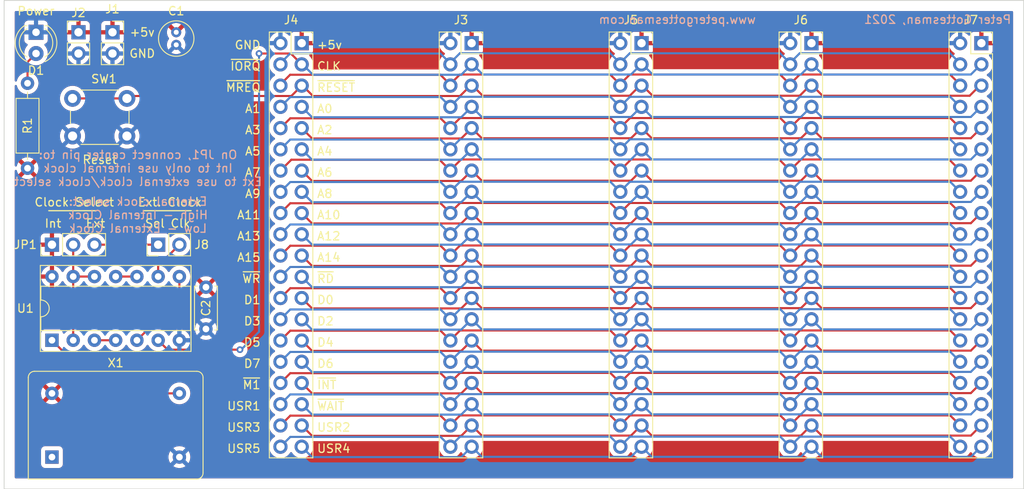
<source format=kicad_pcb>
(kicad_pcb (version 20211014) (generator pcbnew)
  (layers (0 "F.Cu" jumper) (31 "B.Cu" jumper) (34 "B.Paste" user) (35 "F.Paste" user) (36 "B.SilkS" user "B.Silkscreen") (37 "F.SilkS" user "F.Silkscreen") (38 "B.Mask" user) (39 "F.Mask" user) (44 "Edge.Cuts" user))
  (net 0 "")
  (net 1 "VCC")
  (net 2 "GND")
  (net 3 "Net-(D1-Pad2)")
  (net 4 "/~{CLK}")
  (net 5 "/A0")
  (net 6 "/A2")
  (net 7 "/A4")
  (net 8 "/A6")
  (net 9 "/A8")
  (net 10 "/A10")
  (net 11 "/A12")
  (net 12 "/A14")
  (net 13 "/~{RD}")
  (net 14 "/D0")
  (net 15 "/D2")
  (net 16 "/D4")
  (net 17 "/D6")
  (net 18 "/~{INT}")
  (net 19 "/~{RESET}")
  (net 20 "/~{IOREQ}")
  (net 21 "/~{MREQ}")
  (net 22 "/A1")
  (net 23 "/A3")
  (net 24 "/A5")
  (net 25 "/A7")
  (net 26 "/A9")
  (net 27 "/A11")
  (net 28 "/A13")
  (net 29 "/A15")
  (net 30 "/~{WR}")
  (net 31 "/D1")
  (net 32 "/D3")
  (net 33 "/D5")
  (net 34 "/D7")
  (net 35 "/USR1")
  (net 36 "/USR2")
  (net 37 "/USR3")
  (net 38 "/USR4")
  (net 39 "/USR5")
  (net 40 "/ext_clk_sel")
  (net 41 "/ext_clk")
  (net 42 "Net-(JP1-Pad2)")
  (net 43 "Net-(U1-Pad1)")
  (net 45 "Net-(U1-Pad3)")
  (net 46 "Net-(U1-Pad5)")
  (net 47 "Net-(U1-Pad10)")
  (net 48 "/~{M1}")
  (net 49 "/~{WAIT}")
  (footprint "Connector_PinHeader_2.54mm:PinHeader_1x02_P2.54mm_Vertical" (layer "F.Cu") (at 52.705 63.5 90)
    (fp_text reference "J8")
    (fp_text value "Conn_01x02")
  )
  (footprint "Oscillator:Oscillator_DIP-14" (layer "F.Cu") (at 40.005 88.9)
    (fp_text reference "X1")
    (fp_text value "Osc")
  )
  (footprint "Connector_PinHeader_2.54mm:PinHeader_1x02_P2.54mm_Vertical" (layer "F.Cu") (at 43.18 38.1)
    (fp_text reference "J2")
    (fp_text value "Conn_01x02")
  )
  (footprint "Connector_PinSocket_2.54mm:PinSocket_2x20_P2.54mm_Vertical" (layer "F.Cu") (at 90.19 39.4)
    (fp_text reference "J3")
    (fp_text value "z80_bus")
  )
  (footprint "Button_Switch_THT:SW_PUSH_6mm" (layer "F.Cu") (at 48.97 50.51 180)
    (fp_text reference "SW1")
    (fp_text value "SW_Push")
  )
  (footprint "Connector_PinSocket_2.54mm:PinSocket_2x20_P2.54mm_Vertical" (layer "F.Cu") (at 151.15 39.4)
    (fp_text reference "J7")
    (fp_text value "z80_bus")
  )
  (footprint "Connector_PinSocket_2.54mm:PinSocket_2x20_P2.54mm_Vertical" (layer "F.Cu") (at 130.83 39.4)
    (fp_text reference "J6")
    (fp_text value "z80_bus")
  )
  (footprint "Connector_PinSocket_2.54mm:PinSocket_1x02_P2.54mm_Vertical" (layer "F.Cu") (at 47.244 38.1)
    (fp_text reference "J1")
    (fp_text value "Conn_01x02")
  )
  (footprint "Capacitor_THT:C_Radial_D4.0mm_H5.0mm_P1.50mm" (layer "F.Cu") (at 54.864 38.1 -90)
    (fp_text reference "C1")
    (fp_text value "10uF")
  )
  (footprint "Connector_PinSocket_2.54mm:PinSocket_2x20_P2.54mm_Vertical" (layer "F.Cu") (at 110.51 39.4)
    (fp_text reference "J5")
    (fp_text value "z80_bus")
  )
  (footprint "Package_DIP:DIP-14_W7.62mm_Socket" (layer "F.Cu") (at 40.005 74.93 90)
    (fp_text reference "U1")
    (fp_text value "74HC132")
  )
  (footprint "Resistor_THT:R_Axial_DIN0207_L6.3mm_D2.5mm_P10.16mm_Horizontal" (layer "F.Cu") (at 37.084 54.356 90)
    (fp_text reference "R1")
    (fp_text value "470R")
  )
  (footprint "Connector_PinSocket_2.54mm:PinSocket_2x20_P2.54mm_Vertical" (layer "F.Cu") (at 69.87 39.4)
    (fp_text reference "J4")
    (fp_text value "z80_bus")
  )
  (footprint "Capacitor_THT:C_Disc_D5.0mm_W2.5mm_P5.00mm" (layer "F.Cu") (at 58.42 68.58 -90)
    (fp_text reference "C2")
    (fp_text value "100nF")
  )
  (footprint "Connector_PinHeader_2.54mm:PinHeader_1x03_P2.54mm_Vertical" (layer "F.Cu") (at 40.005 63.5 90)
    (fp_text reference "JP1")
    (fp_text value "Jumper_3")
  )
  (footprint "LED_THT:LED_D4.0mm" (layer "F.Cu") (at 38.1 38.1 -90)
    (fp_text reference "D1")
    (fp_text value "LED")
  )
  (gr_line (start 51.054 59.436) (end 56.642 59.436) (layer "F.SilkS") (width 0.15))
  (gr_line (start 39.624 59.436) (end 45.212 59.436) (layer "F.SilkS") (width 0.15))
  (gr_rect (start 156.21 34.29) (end 34.29 92.71) (layer "Edge.Cuts") (width 0.1) (fill none))
  (gr_text "External clock select:\nHigh - Internal Clock\nLow - External Clock" (at 50.292 59.944) (layer "B.SilkS") (effects (font (size 1 1)) (justify mirror)))
  (gr_text "On JP1, connect center pin to:\nInt to only use internal clock\nExt to use external clock/clock select" (at 50.292 54.356) (layer "B.SilkS") (effects (font (size 1 1)) (justify mirror)))
  (gr_text "Peter Gottesman, 2021                 www.petergottesman.com" (at 130.048 36.576) (layer "B.SilkS") (effects (font (size 1 1)) (justify mirror)))
  (gr_text "A13" (at 65.017916 62.477112) (layer "F.SilkS") (effects (font (size 1 1)) (justify right)))
  (gr_text "~{M1}" (at 65.024 80.264) (layer "F.SilkS") (effects (font (size 1 1)) (justify right)))
  (gr_text "USR2" (at 71.628 85.344) (layer "F.SilkS") (effects (font (size 1 1)) (justify left)))
  (gr_text "A12" (at 71.628 62.477112) (layer "F.SilkS") (effects (font (size 1 1)) (justify left)))
  (gr_text "USR4" (at 71.628 87.884) (layer "F.SilkS") (effects (font (size 1 1)) (justify left)))
  (gr_text "A0" (at 71.628 47.244) (layer "F.SilkS") (effects (font (size 1 1)) (justify left)))
  (gr_text "GND" (at 50.8 40.64) (layer "F.SilkS") (effects (font (size 1 1))))
  (gr_text "A6" (at 71.628 54.864) (layer "F.SilkS") (effects (font (size 1 1)) (justify left)))
  (gr_text "~{RESET}" (at 71.628 44.704) (layer "F.SilkS") (effects (font (size 1 1)) (justify left)))
  (gr_text "D0" (at 71.628 70.104) (layer "F.SilkS") (effects (font (size 1 1)) (justify left)))
  (gr_text "+5v" (at 71.628 39.624) (layer "F.SilkS") (effects (font (size 1 1)) (justify left)))
  (gr_text "D3" (at 65.024 72.644) (layer "F.SilkS") (effects (font (size 1 1)) (justify right)))
  (gr_text "A4" (at 71.628 52.324) (layer "F.SilkS") (effects (font (size 1 1)) (justify left)))
  (gr_text "~{WAIT}" (at 71.628 82.804) (layer "F.SilkS") (effects (font (size 1 1)) (justify left)))
  (gr_text "~{INT}" (at 71.628 80.264) (layer "F.SilkS") (effects (font (size 1 1)) (justify left)))
  (gr_text "A9" (at 65.024 57.404) (layer "F.SilkS") (effects (font (size 1 1)) (justify right)))
  (gr_text "Clk" (at 55.372 60.96) (layer "F.SilkS") (effects (font (size 1 1))))
  (gr_text "A5" (at 65.024 52.324) (layer "F.SilkS") (effects (font (size 1 1)) (justify right)))
  (gr_text "Clock Select" (at 42.672 58.42) (layer "F.SilkS") (effects (font (size 1 1))))
  (gr_text "Power" (at 38.1 35.56) (layer "F.SilkS") (effects (font (size 1 1))))
  (gr_text "+5v" (at 50.8 38.1) (layer "F.SilkS") (effects (font (size 1 1))))
  (gr_text "D5" (at 65.024 75.184) (layer "F.SilkS") (effects (font (size 1 1)) (justify right)))
  (gr_text "USR1" (at 65.024 82.804) (layer "F.SilkS") (effects (font (size 1 1)) (justify right)))
  (gr_text "A3" (at 65.024 49.784) (layer "F.SilkS") (effects (font (size 1 1)) (justify right)))
  (gr_text "USR5" (at 65.024 87.884) (layer "F.SilkS") (effects (font (size 1 1)) (justify right)))
  (gr_text "A7" (at 65.024 54.864) (layer "F.SilkS") (effects (font (size 1 1)) (justify right)))
  (gr_text "A14" (at 71.628 65.024) (layer "F.SilkS") (effects (font (size 1 1)) (justify left)))
  (gr_text "D2" (at 71.628 72.644) (layer "F.SilkS") (effects (font (size 1 1)) (justify left)))
  (gr_text "~{MREQ}" (at 65.024 44.704) (layer "F.SilkS") (effects (font (size 1 1)) (justify right)))
  (gr_text "Int" (at 40.132 60.96) (layer "F.SilkS") (effects (font (size 1 1))))
  (gr_text "Sel" (at 52.324 60.96) (layer "F.SilkS") (effects (font (size 1 1))))
  (gr_text "Reset" (at 45.72 53.34) (layer "F.SilkS") (effects (font (size 1 1))))
  (gr_text "~{WR}" (at 65.024 67.564) (layer "F.SilkS") (effects (font (size 1 1)) (justify right)))
  (gr_text "GND" (at 65.024 39.624) (layer "F.SilkS") (effects (font (size 1 1)) (justify right)))
  (gr_text "~{IORQ}" (at 65.024 42.164) (layer "F.SilkS") (effects (font (size 1 1)) (justify right)))
  (gr_text "D1" (at 65.024 70.104) (layer "F.SilkS") (effects (font (size 1 1)) (justify right)))
  (gr_text "Ext. Clock" (at 54.102 58.42) (layer "F.SilkS") (effects (font (size 1 1))))
  (gr_text "CLK" (at 71.628 42.164) (layer "F.SilkS") (effects (font (size 1 1)) (justify left)))
  (gr_text "Ext" (at 45.212 60.96) (layer "F.SilkS") (effects (font (size 1 1))))
  (gr_text "USR3" (at 65.024 85.344) (layer "F.SilkS") (effects (font (size 1 1)) (justify right)))
  (gr_text "A10" (at 71.628 59.943415) (layer "F.SilkS") (effects (font (size 1 1)) (justify left)))
  (gr_text "A11" (at 65.017916 59.943415) (layer "F.SilkS") (effects (font (size 1 1)) (justify right)))
  (gr_text "A2" (at 71.628 49.784) (layer "F.SilkS") (effects (font (size 1 1)) (justify left)))
  (gr_text "D6" (at 71.628 77.724) (layer "F.SilkS") (effects (font (size 1 1)) (justify left)))
  (gr_text "~{RD}" (at 71.628 67.564) (layer "F.SilkS") (effects (font (size 1 1)) (justify left)))
  (gr_text "A8" (at 71.628 57.404) (layer "F.SilkS") (effects (font (size 1 1)) (justify left)))
  (gr_text "A15" (at 65.024 65.024) (layer "F.SilkS") (effects (font (size 1 1)) (justify right)))
  (gr_text "D7" (at 65.024 77.724) (layer "F.SilkS") (effects (font (size 1 1)) (justify right)))
  (gr_text "A1" (at 65.024 47.244) (layer "F.SilkS") (effects (font (size 1 1)) (justify right)))
  (gr_text "D4" (at 71.628 75.184) (layer "F.SilkS") (effects (font (size 1 1)) (justify left)))
  (segment (start 37.084 41.656) (end 37.084 44.196) (width 0.25) (layer "F.Cu") (net 3))
  (segment (start 38.1 40.64) (end 37.084 41.656) (width 0.25) (layer "F.Cu") (net 3))
  (segment (start 64.77 40.64) (end 68.57 40.64) (width 0.25) (layer "F.Cu") (net 4))
  (segment (start 53.829511 76.054511) (end 52.705 74.93) (width 0.25) (layer "F.Cu") (net 4))
  (segment (start 68.57 40.64) (end 69.87 41.94) (width 0.25) (layer "F.Cu") (net 4))
  (segment (start 62.484 76.054511) (end 53.829511 76.054511) (width 0.25) (layer "F.Cu") (net 4))
  (via (at 64.77 40.64) (size 0.8) (drill 0.4) (layers "F.Cu" "B.Cu") (net 4))
  (via (at 62.484 76.054511) (size 0.8) (drill 0.4) (layers "F.Cu" "B.Cu") (net 4))
  (segment (start 130.79 41.784511) (end 132.155489 43.15) (width 0.25) (layer "B.Cu") (net 4))
  (segment (start 69.85 41.814511) (end 71.215489 43.18) (width 0.25) (layer "B.Cu") (net 4))
  (segment (start 91.515489 43.15) (end 109.25 43.15) (width 0.25) (layer "B.Cu") (net 4))
  (segment (start 62.484 76.054511) (end 62.629489 76.054511) (width 0.25) (layer "B.Cu") (net 4))
  (segment (start 129.57 43.15) (end 130.81 41.91) (width 0.25) (layer "B.Cu") (net 4))
  (segment (start 132.155489 43.15) (end 149.89 43.15) (width 0.25) (layer "B.Cu") (net 4))
  (segment (start 88.95 43.18) (end 90.19 41.94) (width 0.25) (layer "B.Cu") (net 4))
  (segment (start 90.15 41.784511) (end 91.515489 43.15) (width 0.25) (layer "B.Cu") (net 4))
  (segment (start 111.835489 43.15) (end 129.57 43.15) (width 0.25) (layer "B.Cu") (net 4))
  (segment (start 64.77 73.914) (end 64.77 40.64) (width 0.25) (layer "B.Cu") (net 4))
  (segment (start 62.629489 76.054511) (end 64.77 73.914) (width 0.25) (layer "B.Cu") (net 4))
  (segment (start 109.25 43.15) (end 110.49 41.91) (width 0.25) (layer "B.Cu") (net 4))
  (segment (start 71.215489 43.18) (end 88.95 43.18) (width 0.25) (layer "B.Cu") (net 4))
  (segment (start 149.89 43.15) (end 151.13 41.91) (width 0.25) (layer "B.Cu") (net 4))
  (segment (start 110.47 41.784511) (end 111.835489 43.15) (width 0.25) (layer "B.Cu") (net 4))
  (segment (start 111.73 48.23) (end 129.57 48.23) (width 0.25) (layer "B.Cu") (net 5))
  (segment (start 91.41 48.23) (end 109.25 48.23) (width 0.25) (layer "B.Cu") (net 5))
  (segment (start 71.11 48.26) (end 88.95 48.26) (width 0.25) (layer "B.Cu") (net 5))
  (segment (start 130.81 46.99) (end 132.05 48.23) (width 0.25) (layer "B.Cu") (net 5))
  (segment (start 110.49 46.99) (end 111.73 48.23) (width 0.25) (layer "B.Cu") (net 5))
  (segment (start 90.17 46.99) (end 91.41 48.23) (width 0.25) (layer "B.Cu") (net 5))
  (segment (start 129.57 48.23) (end 130.81 46.99) (width 0.25) (layer "B.Cu") (net 5))
  (segment (start 132.05 48.23) (end 149.89 48.23) (width 0.25) (layer "B.Cu") (net 5))
  (segment (start 109.25 48.23) (end 110.49 46.99) (width 0.25) (layer "B.Cu") (net 5))
  (segment (start 88.95 48.26) (end 90.19 47.02) (width 0.25) (layer "B.Cu") (net 5))
  (segment (start 69.87 47.02) (end 71.11 48.26) (width 0.25) (layer "B.Cu") (net 5))
  (segment (start 149.89 48.23) (end 151.13 46.99) (width 0.25) (layer "B.Cu") (net 5))
  (segment (start 91.41 50.77) (end 109.25 50.77) (width 0.25) (layer "F.Cu") (net 6))
  (segment (start 111.73 50.77) (end 129.57 50.77) (width 0.25) (layer "F.Cu") (net 6))
  (segment (start 132.05 50.77) (end 149.89 50.77) (width 0.25) (layer "F.Cu") (net 6))
  (segment (start 129.57 50.77) (end 130.81 49.53) (width 0.25) (layer "F.Cu") (net 6))
  (segment (start 130.81 49.53) (end 132.05 50.77) (width 0.25) (layer "F.Cu") (net 6))
  (segment (start 149.89 50.77) (end 151.13 49.53) (width 0.25) (layer "F.Cu") (net 6))
  (segment (start 109.25 50.77) (end 110.49 49.53) (width 0.25) (layer "F.Cu") (net 6))
  (segment (start 69.87 49.56) (end 71.11 50.8) (width 0.25) (layer "F.Cu") (net 6))
  (segment (start 71.11 50.8) (end 88.95 50.8) (width 0.25) (layer "F.Cu") (net 6))
  (segment (start 90.17 49.53) (end 91.41 50.77) (width 0.25) (layer "F.Cu") (net 6))
  (segment (start 88.95 50.8) (end 90.19 49.56) (width 0.25) (layer "F.Cu") (net 6))
  (segment (start 110.49 49.53) (end 111.73 50.77) (width 0.25) (layer "F.Cu") (net 6))
  (segment (start 91.41 53.31) (end 109.25 53.31) (width 0.25) (layer "B.Cu") (net 7))
  (segment (start 110.49 52.07) (end 111.73 53.31) (width 0.25) (layer "B.Cu") (net 7))
  (segment (start 149.89 53.31) (end 151.13 52.07) (width 0.25) (layer "B.Cu") (net 7))
  (segment (start 132.05 53.31) (end 149.89 53.31) (width 0.25) (layer "B.Cu") (net 7))
  (segment (start 111.73 53.31) (end 129.57 53.31) (width 0.25) (layer "B.Cu") (net 7))
  (segment (start 69.87 52.1) (end 71.11 53.34) (width 0.25) (layer "B.Cu") (net 7))
  (segment (start 109.25 53.31) (end 110.49 52.07) (width 0.25) (layer "B.Cu") (net 7))
  (segment (start 129.57 53.31) (end 130.81 52.07) (width 0.25) (layer "B.Cu") (net 7))
  (segment (start 71.11 53.34) (end 88.95 53.34) (width 0.25) (layer "B.Cu") (net 7))
  (segment (start 88.95 53.34) (end 90.19 52.1) (width 0.25) (layer "B.Cu") (net 7))
  (segment (start 90.17 52.07) (end 91.41 53.31) (width 0.25) (layer "B.Cu") (net 7))
  (segment (start 130.81 52.07) (end 132.05 53.31) (width 0.25) (layer "B.Cu") (net 7))
  (segment (start 149.89 55.85) (end 151.13 54.61) (width 0.25) (layer "F.Cu") (net 8))
  (segment (start 111.73 55.85) (end 129.57 55.85) (width 0.25) (layer "F.Cu") (net 8))
  (segment (start 129.57 55.85) (end 130.81 54.61) (width 0.25) (layer "F.Cu") (net 8))
  (segment (start 71.11 55.88) (end 88.95 55.88) (width 0.25) (layer "F.Cu") (net 8))
  (segment (start 88.95 55.88) (end 90.19 54.64) (width 0.25) (layer "F.Cu") (net 8))
  (segment (start 69.87 54.64) (end 71.11 55.88) (width 0.25) (layer "F.Cu") (net 8))
  (segment (start 109.25 55.85) (end 110.49 54.61) (width 0.25) (layer "F.Cu") (net 8))
  (segment (start 132.05 55.85) (end 149.89 55.85) (width 0.25) (layer "F.Cu") (net 8))
  (segment (start 130.81 54.61) (end 132.05 55.85) (width 0.25) (layer "F.Cu") (net 8))
  (segment (start 90.17 54.61) (end 91.41 55.85) (width 0.25) (layer "F.Cu") (net 8))
  (segment (start 91.41 55.85) (end 109.25 55.85) (width 0.25) (layer "F.Cu") (net 8))
  (segment (start 110.49 54.61) (end 111.73 55.85) (width 0.25) (layer "F.Cu") (net 8))
  (segment (start 91.41 58.39) (end 109.25 58.39) (width 0.25) (layer "B.Cu") (net 9))
  (segment (start 110.49 57.15) (end 111.73 58.39) (width 0.25) (layer "B.Cu") (net 9))
  (segment (start 111.73 58.39) (end 129.57 58.39) (width 0.25) (layer "B.Cu") (net 9))
  (segment (start 90.17 57.15) (end 91.41 58.39) (width 0.25) (layer "B.Cu") (net 9))
  (segment (start 149.89 58.39) (end 151.13 57.15) (width 0.25) (layer "B.Cu") (net 9))
  (segment (start 109.25 58.39) (end 110.49 57.15) (width 0.25) (layer "B.Cu") (net 9))
  (segment (start 71.11 58.42) (end 88.95 58.42) (width 0.25) (layer "B.Cu") (net 9))
  (segment (start 88.95 58.42) (end 90.19 57.18) (width 0.25) (layer "B.Cu") (net 9))
  (segment (start 69.87 57.18) (end 71.11 58.42) (width 0.25) (layer "B.Cu") (net 9))
  (segment (start 129.57 58.39) (end 130.81 57.15) (width 0.25) (layer "B.Cu") (net 9))
  (segment (start 132.05 58.39) (end 149.89 58.39) (width 0.25) (layer "B.Cu") (net 9))
  (segment (start 130.81 57.15) (end 132.05 58.39) (width 0.25) (layer "B.Cu") (net 9))
  (segment (start 129.57 60.93) (end 130.81 59.69) (width 0.25) (layer "F.Cu") (net 10))
  (segment (start 71.11 60.96) (end 88.95 60.96) (width 0.25) (layer "F.Cu") (net 10))
  (segment (start 90.17 59.69) (end 91.41 60.93) (width 0.25) (layer "F.Cu") (net 10))
  (segment (start 69.87 59.72) (end 71.11 60.96) (width 0.25) (layer "F.Cu") (net 10))
  (segment (start 88.95 60.96) (end 90.19 59.72) (width 0.25) (layer "F.Cu") (net 10))
  (segment (start 111.73 60.93) (end 129.57 60.93) (width 0.25) (layer "F.Cu") (net 10))
  (segment (start 130.81 59.69) (end 132.05 60.93) (width 0.25) (layer "F.Cu") (net 10))
  (segment (start 149.89 60.93) (end 151.13 59.69) (width 0.25) (layer "F.Cu") (net 10))
  (segment (start 110.49 59.69) (end 111.73 60.93) (width 0.25) (layer "F.Cu") (net 10))
  (segment (start 91.41 60.93) (end 109.25 60.93) (width 0.25) (layer "F.Cu") (net 10))
  (segment (start 109.25 60.93) (end 110.49 59.69) (width 0.25) (layer "F.Cu") (net 10))
  (segment (start 132.05 60.93) (end 149.89 60.93) (width 0.25) (layer "F.Cu") (net 10))
  (segment (start 88.95 63.5) (end 90.19 62.26) (width 0.25) (layer "B.Cu") (net 11))
  (segment (start 132.05 63.47) (end 149.89 63.47) (width 0.25) (layer "B.Cu") (net 11))
  (segment (start 71.11 63.5) (end 88.95 63.5) (width 0.25) (layer "B.Cu") (net 11))
  (segment (start 149.89 63.47) (end 151.13 62.23) (width 0.25) (layer "B.Cu") (net 11))
  (segment (start 130.81 62.23) (end 132.05 63.47) (width 0.25) (layer "B.Cu") (net 11))
  (segment (start 109.25 63.47) (end 110.49 62.23) (width 0.25) (layer "B.Cu") (net 11))
  (segment (start 110.49 62.23) (end 111.73 63.47) (width 0.25) (layer "B.Cu") (net 11))
  (segment (start 91.41 63.47) (end 109.25 63.47) (width 0.25) (layer "B.Cu") (net 11))
  (segment (start 69.87 62.26) (end 71.11 63.5) (width 0.25) (layer "B.Cu") (net 11))
  (segment (start 111.73 63.47) (end 129.57 63.47) (width 0.25) (layer "B.Cu") (net 11))
  (segment (start 129.57 63.47) (end 130.81 62.23) (width 0.25) (layer "B.Cu") (net 11))
  (segment (start 90.17 62.23) (end 91.41 63.47) (width 0.25) (layer "B.Cu") (net 11))
  (segment (start 109.25 66.01) (end 110.49 64.77) (width 0.25) (layer "F.Cu") (net 12))
  (segment (start 132.05 66.01) (end 149.89 66.01) (width 0.25) (layer "F.Cu") (net 12))
  (segment (start 91.41 66.01) (end 109.25 66.01) (width 0.25) (layer "F.Cu") (net 12))
  (segment (start 130.81 64.77) (end 132.05 66.01) (width 0.25) (layer "F.Cu") (net 12))
  (segment (start 129.57 66.01) (end 130.81 64.77) (width 0.25) (layer "F.Cu") (net 12))
  (segment (start 88.95 66.04) (end 90.19 64.8) (width 0.25) (layer "F.Cu") (net 12))
  (segment (start 69.87 64.8) (end 71.11 66.04) (width 0.25) (layer "F.Cu") (net 12))
  (segment (start 71.11 66.04) (end 88.95 66.04) (width 0.25) (layer "F.Cu") (net 12))
  (segment (start 90.17 64.77) (end 91.41 66.01) (width 0.25) (layer "F.Cu") (net 12))
  (segment (start 111.73 66.01) (end 129.57 66.01) (width 0.25) (layer "F.Cu") (net 12))
  (segment (start 149.89 66.01) (end 151.13 64.77) (width 0.25) (layer "F.Cu") (net 12))
  (segment (start 110.49 64.77) (end 111.73 66.01) (width 0.25) (layer "F.Cu") (net 12))
  (segment (start 132.05 68.55) (end 149.89 68.55) (width 0.25) (layer "B.Cu") (net 13))
  (segment (start 91.41 68.55) (end 109.25 68.55) (width 0.25) (layer "B.Cu") (net 13))
  (segment (start 71.11 68.58) (end 88.95 68.58) (width 0.25) (layer "B.Cu") (net 13))
  (segment (start 90.17 67.31) (end 91.41 68.55) (width 0.25) (layer "B.Cu") (net 13))
  (segment (start 130.81 67.31) (end 132.05 68.55) (width 0.25) (layer "B.Cu") (net 13))
  (segment (start 88.95 68.58) (end 90.19 67.34) (width 0.25) (layer "B.Cu") (net 13))
  (segment (start 109.25 68.55) (end 110.49 67.31) (width 0.25) (layer "B.Cu") (net 13))
  (segment (start 111.73 68.55) (end 129.57 68.55) (width 0.25) (layer "B.Cu") (net 13))
  (segment (start 129.57 68.55) (end 130.81 67.31) (width 0.25) (layer "B.Cu") (net 13))
  (segment (start 69.87 67.34) (end 71.11 68.58) (width 0.25) (layer "B.Cu") (net 13))
  (segment (start 110.49 67.31) (end 111.73 68.55) (width 0.25) (layer "B.Cu") (net 13))
  (segment (start 149.89 68.55) (end 151.13 67.31) (width 0.25) (layer "B.Cu") (net 13))
  (segment (start 90.17 69.85) (end 91.41 71.09) (width 0.25) (layer "F.Cu") (net 14))
  (segment (start 71.11 71.12) (end 88.95 71.12) (width 0.25) (layer "F.Cu") (net 14))
  (segment (start 132.05 71.09) (end 149.89 71.09) (width 0.25) (layer "F.Cu") (net 14))
  (segment (start 149.89 71.09) (end 151.13 69.85) (width 0.25) (layer "F.Cu") (net 14))
  (segment (start 111.73 71.09) (end 129.57 71.09) (width 0.25) (layer "F.Cu") (net 14))
  (segment (start 69.87 69.88) (end 71.11 71.12) (width 0.25) (layer "F.Cu") (net 14))
  (segment (start 91.41 71.09) (end 109.25 71.09) (width 0.25) (layer "F.Cu") (net 14))
  (segment (start 129.57 71.09) (end 130.81 69.85) (width 0.25) (layer "F.Cu") (net 14))
  (segment (start 109.25 71.09) (end 110.49 69.85) (width 0.25) (layer "F.Cu") (net 14))
  (segment (start 88.95 71.12) (end 90.19 69.88) (width 0.25) (layer "F.Cu") (net 14))
  (segment (start 130.81 69.85) (end 132.05 71.09) (width 0.25) (layer "F.Cu") (net 14))
  (segment (start 110.49 69.85) (end 111.73 71.09) (width 0.25) (layer "F.Cu") (net 14))
  (segment (start 149.89 73.63) (end 151.13 72.39) (width 0.25) (layer "B.Cu") (net 15))
  (segment (start 132.05 73.63) (end 149.89 73.63) (width 0.25) (layer "B.Cu") (net 15))
  (segment (start 109.25 73.63) (end 110.49 72.39) (width 0.25) (layer "B.Cu") (net 15))
  (segment (start 90.17 72.39) (end 91.41 73.63) (width 0.25) (layer "B.Cu") (net 15))
  (segment (start 69.87 72.42) (end 71.11 73.66) (width 0.25) (layer "B.Cu") (net 15))
  (segment (start 88.95 73.66) (end 90.19 72.42) (width 0.25) (layer "B.Cu") (net 15))
  (segment (start 129.57 73.63) (end 130.81 72.39) (width 0.25) (layer "B.Cu") (net 15))
  (segment (start 130.81 72.39) (end 132.05 73.63) (width 0.25) (layer "B.Cu") (net 15))
  (segment (start 91.41 73.63) (end 109.25 73.63) (width 0.25) (layer "B.Cu") (net 15))
  (segment (start 71.11 73.66) (end 88.95 73.66) (width 0.25) (layer "B.Cu") (net 15))
  (segment (start 111.73 73.63) (end 129.57 73.63) (width 0.25) (layer "B.Cu") (net 15))
  (segment (start 110.49 72.39) (end 111.73 73.63) (width 0.25) (layer "B.Cu") (net 15))
  (segment (start 130.81 74.93) (end 132.05 76.17) (width 0.25) (layer "F.Cu") (net 16))
  (segment (start 88.95 76.2) (end 90.19 74.96) (width 0.25) (layer "F.Cu") (net 16))
  (segment (start 90.17 74.93) (end 91.41 76.17) (width 0.25) (layer "F.Cu") (net 16))
  (segment (start 109.25 76.17) (end 110.49 74.93) (width 0.25) (layer "F.Cu") (net 16))
  (segment (start 149.89 76.17) (end 151.13 74.93) (width 0.25) (layer "F.Cu") (net 16))
  (segment (start 69.87 74.96) (end 71.11 76.2) (width 0.25) (layer "F.Cu") (net 16))
  (segment (start 71.11 76.2) (end 88.95 76.2) (width 0.25) (layer "F.Cu") (net 16))
  (segment (start 129.57 76.17) (end 130.81 74.93) (width 0.25) (layer "F.Cu") (net 16))
  (segment (start 91.41 76.17) (end 109.25 76.17) (width 0.25) (layer "F.Cu") (net 16))
  (segment (start 111.73 76.17) (end 129.57 76.17) (width 0.25) (layer "F.Cu") (net 16))
  (segment (start 110.49 74.93) (end 111.73 76.17) (width 0.25) (layer "F.Cu") (net 16))
  (segment (start 132.05 76.17) (end 149.89 76.17) (width 0.25) (layer "F.Cu") (net 16))
  (segment (start 111.73 78.71) (end 129.57 78.71) (width 0.25) (layer "B.Cu") (net 17))
  (segment (start 132.05 78.71) (end 149.89 78.71) (width 0.25) (layer "B.Cu") (net 17))
  (segment (start 69.87 77.5) (end 71.11 78.74) (width 0.25) (layer "B.Cu") (net 17))
  (segment (start 88.95 78.74) (end 90.19 77.5) (width 0.25) (layer "B.Cu") (net 17))
  (segment (start 109.25 78.71) (end 110.49 77.47) (width 0.25) (layer "B.Cu") (net 17))
  (segment (start 91.41 78.71) (end 109.25 78.71) (width 0.25) (layer "B.Cu") (net 17))
  (segment (start 149.89 78.71) (end 151.13 77.47) (width 0.25) (layer "B.Cu") (net 17))
  (segment (start 110.49 77.47) (end 111.73 78.71) (width 0.25) (layer "B.Cu") (net 17))
  (segment (start 130.81 77.47) (end 132.05 78.71) (width 0.25) (layer "B.Cu") (net 17))
  (segment (start 71.11 78.74) (end 88.95 78.74) (width 0.25) (layer "B.Cu") (net 17))
  (segment (start 90.17 77.47) (end 91.41 78.71) (width 0.25) (layer "B.Cu") (net 17))
  (segment (start 129.57 78.71) (end 130.81 77.47) (width 0.25) (layer "B.Cu") (net 17))
  (segment (start 69.87 80.04) (end 71.11 81.28) (width 0.25) (layer "F.Cu") (net 18))
  (segment (start 132.05 81.25) (end 149.89 81.25) (width 0.25) (layer "F.Cu") (net 18))
  (segment (start 91.41 81.25) (end 109.25 81.25) (width 0.25) (layer "F.Cu") (net 18))
  (segment (start 90.17 80.01) (end 91.41 81.25) (width 0.25) (layer "F.Cu") (net 18))
  (segment (start 110.49 80.01) (end 111.73 81.25) (width 0.25) (layer "F.Cu") (net 18))
  (segment (start 111.73 81.25) (end 129.57 81.25) (width 0.25) (layer "F.Cu") (net 18))
  (segment (start 71.11 81.28) (end 88.95 81.28) (width 0.25) (layer "F.Cu") (net 18))
  (segment (start 129.57 81.25) (end 130.81 80.01) (width 0.25) (layer "F.Cu") (net 18))
  (segment (start 149.89 81.25) (end 151.13 80.01) (width 0.25) (layer "F.Cu") (net 18))
  (segment (start 88.95 81.28) (end 90.19 80.04) (width 0.25) (layer "F.Cu") (net 18))
  (segment (start 109.25 81.25) (end 110.49 80.01) (width 0.25) (layer "F.Cu") (net 18))
  (segment (start 130.81 80.01) (end 132.05 81.25) (width 0.25) (layer "F.Cu") (net 18))
  (segment (start 88.804511 45.72) (end 90.17 44.354511) (width 0.25) (layer "F.Cu") (net 19))
  (segment (start 71.215489 45.72) (end 88.804511 45.72) (width 0.25) (layer "F.Cu") (net 19))
  (segment (start 130.79 44.324511) (end 132.155489 45.69) (width 0.25) (layer "F.Cu") (net 19))
  (segment (start 68.63 45.72) (end 69.87 44.48) (width 0.25) (layer "F.Cu") (net 19))
  (segment (start 110.47 44.324511) (end 111.835489 45.69) (width 0.25) (layer "F.Cu") (net 19))
  (segment (start 132.155489 45.69) (end 149.744511 45.69) (width 0.25) (layer "F.Cu") (net 19))
  (segment (start 149.744511 45.69) (end 151.11 44.324511) (width 0.25) (layer "F.Cu") (net 19))
  (segment (start 111.835489 45.69) (end 129.424511 45.69) (width 0.25) (layer "F.Cu") (net 19))
  (segment (start 49.26 45.72) (end 68.63 45.72) (width 0.25) (layer "F.Cu") (net 19))
  (segment (start 91.515489 45.69) (end 109.104511 45.69) (width 0.25) (layer "F.Cu") (net 19))
  (segment (start 109.104511 45.69) (end 110.47 44.324511) (width 0.25) (layer "F.Cu") (net 19))
  (segment (start 42.47 46.01) (end 48.97 46.01) (width 0.25) (layer "F.Cu") (net 19))
  (segment (start 129.424511 45.69) (end 130.79 44.324511) (width 0.25) (layer "F.Cu") (net 19))
  (segment (start 48.97 46.01) (end 49.26 45.72) (width 0.25) (layer "F.Cu") (net 19))
  (segment (start 69.85 44.354511) (end 71.215489 45.72) (width 0.25) (layer "F.Cu") (net 19))
  (segment (start 90.15 44.324511) (end 91.515489 45.69) (width 0.25) (layer "F.Cu") (net 19))
  (segment (start 147.395489 40.61) (end 129.424511 40.61) (width 0.25) (layer "B.Cu") (net 20))
  (segment (start 68.484511 40.64) (end 67.31 41.814511) (width 0.25) (layer "B.Cu") (net 20))
  (segment (start 127.075489 40.61) (end 109.104511 40.61) (width 0.25) (layer "B.Cu") (net 20))
  (segment (start 107.93 41.784511) (end 106.755489 40.61) (width 0.25) (layer "B.Cu") (net 20))
  (segment (start 106.755489 40.61) (end 88.784511 40.61) (width 0.25) (layer "B.Cu") (net 20))
  (segment (start 88.784511 40.61) (end 87.61 41.784511) (width 0.25) (layer "B.Cu") (net 20))
  (segment (start 87.63 41.814511) (end 86.455489 40.64) (width 0.25) (layer "B.Cu") (net 20))
  (segment (start 128.25 41.784511) (end 127.075489 40.61) (width 0.25) (layer "B.Cu") (net 20))
  (segment (start 129.424511 40.61) (end 128.25 41.784511) (width 0.25) (layer "B.Cu") (net 20))
  (segment (start 109.104511 40.61) (end 107.93 41.784511) (width 0.25) (layer "B.Cu") (net 20))
  (segment (start 86.455489 40.64) (end 68.484511 40.64) (width 0.25) (layer "B.Cu") (net 20))
  (segment (start 148.57 41.784511) (end 147.395489 40.61) (width 0.25) (layer "B.Cu") (net 20))
  (segment (start 88.784511 43.15) (end 106.755489 43.15) (width 0.25) (layer "F.Cu") (net 21))
  (segment (start 127.075489 43.15) (end 128.25 44.324511) (width 0.25) (layer "F.Cu") (net 21))
  (segment (start 148.56 44.42) (end 148.59 44.45) (width 0.25) (layer "F.Cu") (net 21))
  (segment (start 107.93 44.324511) (end 109.104511 43.15) (width 0.25) (layer "F.Cu") (net 21))
  (segment (start 129.424511 43.15) (end 147.395489 43.15) (width 0.25) (layer "F.Cu") (net 21))
  (segment (start 87.61 44.324511) (end 88.784511 43.15) (width 0.25) (layer "F.Cu") (net 21))
  (segment (start 107.92 44.42) (end 107.95 44.45) (width 0.25) (layer "F.Cu") (net 21))
  (segment (start 147.395489 43.15) (end 148.57 44.324511) (width 0.25) (layer "F.Cu") (net 21))
  (segment (start 68.484511 43.18) (end 86.455489 43.18) (width 0.25) (layer "F.Cu") (net 21))
  (segment (start 86.455489 43.18) (end 87.63 44.354511) (width 0.25) (layer "F.Cu") (net 21))
  (segment (start 106.755489 43.15) (end 107.93 44.324511) (width 0.25) (layer "F.Cu") (net 21))
  (segment (start 109.104511 43.15) (end 127.075489 43.15) (width 0.25) (layer "F.Cu") (net 21))
  (segment (start 128.25 44.324511) (end 129.424511 43.15) (width 0.25) (layer "F.Cu") (net 21))
  (segment (start 67.31 44.354511) (end 68.484511 43.18) (width 0.25) (layer "F.Cu") (net 21))
  (segment (start 128.24 44.42) (end 128.27 44.45) (width 0.25) (layer "F.Cu") (net 21))
  (segment (start 87.62 44.45) (end 87.65 44.48) (width 0.25) (layer "F.Cu") (net 21))
  (segment (start 87.65 47.02) (end 86.475489 45.845489) (width 0.25) (layer "B.Cu") (net 22))
  (segment (start 86.475489 45.845489) (end 68.504511 45.845489) (width 0.25) (layer "B.Cu") (net 22))
  (segment (start 106.775489 45.815489) (end 88.804511 45.815489) (width 0.25) (layer "B.Cu") (net 22))
  (segment (start 127.095489 45.815489) (end 109.124511 45.815489) (width 0.25) (layer "B.Cu") (net 22))
  (segment (start 88.804511 45.815489) (end 87.63 46.99) (width 0.25) (layer "B.Cu") (net 22))
  (segment (start 148.59 46.99) (end 147.415489 45.815489) (width 0.25) (layer "B.Cu") (net 22))
  (segment (start 128.27 46.99) (end 127.095489 45.815489) (width 0.25) (layer "B.Cu") (net 22))
  (segment (start 107.95 46.99) (end 106.775489 45.815489) (width 0.25) (layer "B.Cu") (net 22))
  (segment (start 68.504511 45.845489) (end 67.33 47.02) (width 0.25) (layer "B.Cu") (net 22))
  (segment (start 147.415489 45.815489) (end 129.444511 45.815489) (width 0.25) (layer "B.Cu") (net 22))
  (segment (start 109.124511 45.815489) (end 107.95 46.99) (width 0.25) (layer "B.Cu") (net 22))
  (segment (start 129.444511 45.815489) (end 128.27 46.99) (width 0.25) (layer "B.Cu") (net 22))
  (segment (start 128.27 49.53) (end 129.444511 48.355489) (width 0.25) (layer "F.Cu") (net 23))
  (segment (start 127.095489 48.355489) (end 128.27 49.53) (width 0.25) (layer "F.Cu") (net 23))
  (segment (start 88.804511 48.355489) (end 106.775489 48.355489) (width 0.25) (layer "F.Cu") (net 23))
  (segment (start 147.415489 48.355489) (end 148.59 49.53) (width 0.25) (layer "F.Cu") (net 23))
  (segment (start 129.444511 48.355489) (end 147.415489 48.355489) (width 0.25) (layer "F.Cu") (net 23))
  (segment (start 86.475489 48.385489) (end 87.65 49.56) (width 0.25) (layer "F.Cu") (net 23))
  (segment (start 87.63 49.53) (end 88.804511 48.355489) (width 0.25) (layer "F.Cu") (net 23))
  (segment (start 107.95 49.53) (end 109.124511 48.355489) (width 0.25) (layer "F.Cu") (net 23))
  (segment (start 106.775489 48.355489) (end 107.95 49.53) (width 0.25) (layer "F.Cu") (net 23))
  (segment (start 109.124511 48.355489) (end 127.095489 48.355489) (width 0.25) (layer "F.Cu") (net 23))
  (segment (start 67.33 49.56) (end 68.504511 48.385489) (width 0.25) (layer "F.Cu") (net 23))
  (segment (start 68.504511 48.385489) (end 86.475489 48.385489) (width 0.25) (layer "F.Cu") (net 23))
  (segment (start 106.775489 50.895489) (end 88.804511 50.895489) (width 0.25) (layer "B.Cu") (net 24))
  (segment (start 127.095489 50.895489) (end 109.124511 50.895489) (width 0.25) (layer "B.Cu") (net 24))
  (segment (start 86.475489 50.925489) (end 68.504511 50.925489) (width 0.25) (layer "B.Cu") (net 24))
  (segment (start 129.444511 50.895489) (end 128.27 52.07) (width 0.25) (layer "B.Cu") (net 24))
  (segment (start 68.504511 50.925489) (end 67.33 52.1) (width 0.25) (layer "B.Cu") (net 24))
  (segment (start 147.415489 50.895489) (end 129.444511 50.895489) (width 0.25) (layer "B.Cu") (net 24))
  (segment (start 109.124511 50.895489) (end 107.95 52.07) (width 0.25) (layer "B.Cu") (net 24))
  (segment (start 107.95 52.07) (end 106.775489 50.895489) (width 0.25) (layer "B.Cu") (net 24))
  (segment (start 148.59 52.07) (end 147.415489 50.895489) (width 0.25) (layer "B.Cu") (net 24))
  (segment (start 88.804511 50.895489) (end 87.63 52.07) (width 0.25) (layer "B.Cu") (net 24))
  (segment (start 87.65 52.1) (end 86.475489 50.925489) (width 0.25) (layer "B.Cu") (net 24))
  (segment (start 128.27 52.07) (end 127.095489 50.895489) (width 0.25) (layer "B.Cu") (net 24))
  (segment (start 86.35 53.34) (end 87.65 54.64) (width 0.25) (layer "F.Cu") (net 25))
  (segment (start 126.97 53.31) (end 128.27 54.61) (width 0.25) (layer "F.Cu") (net 25))
  (segment (start 87.63 54.61) (end 88.93 53.31) (width 0.25) (layer "F.Cu") (net 25))
  (segment (start 67.33 54.64) (end 68.63 53.34) (width 0.25) (layer "F.Cu") (net 25))
  (segment (start 106.65 53.31) (end 107.95 54.61) (width 0.25) (layer "F.Cu") (net 25))
  (segment (start 109.25 53.31) (end 126.97 53.31) (width 0.25) (layer "F.Cu") (net 25))
  (segment (start 129.57 53.31) (end 147.29 53.31) (width 0.25) (layer "F.Cu") (net 25))
  (segment (start 88.93 53.31) (end 106.65 53.31) (width 0.25) (layer "F.Cu") (net 25))
  (segment (start 68.63 53.34) (end 86.35 53.34) (width 0.25) (layer "F.Cu") (net 25))
  (segment (start 147.29 53.31) (end 148.59 54.61) (width 0.25) (layer "F.Cu") (net 25))
  (segment (start 128.27 54.61) (end 129.57 53.31) (width 0.25) (layer "F.Cu") (net 25))
  (segment (start 107.95 54.61) (end 109.25 53.31) (width 0.25) (layer "F.Cu") (net 25))
  (segment (start 88.804511 55.975489) (end 87.63 57.15) (width 0.25) (layer "B.Cu") (net 26))
  (segment (start 147.415489 55.975489) (end 129.444511 55.975489) (width 0.25) (layer "B.Cu") (net 26))
  (segment (start 68.504511 56.005489) (end 67.33 57.18) (width 0.25) (layer "B.Cu") (net 26))
  (segment (start 106.775489 55.975489) (end 88.804511 55.975489) (width 0.25) (layer "B.Cu") (net 26))
  (segment (start 87.65 57.18) (end 86.475489 56.005489) (width 0.25) (layer "B.Cu") (net 26))
  (segment (start 127.095489 55.975489) (end 109.124511 55.975489) (width 0.25) (layer "B.Cu") (net 26))
  (segment (start 148.59 57.15) (end 147.415489 55.975489) (width 0.25) (layer "B.Cu") (net 26))
  (segment (start 128.27 57.15) (end 127.095489 55.975489) (width 0.25) (layer "B.Cu") (net 26))
  (segment (start 109.124511 55.975489) (end 107.95 57.15) (width 0.25) (layer "B.Cu") (net 26))
  (segment (start 107.95 57.15) (end 106.775489 55.975489) (width 0.25) (layer "B.Cu") (net 26))
  (segment (start 129.444511 55.975489) (end 128.27 57.15) (width 0.25) (layer "B.Cu") (net 26))
  (segment (start 86.475489 56.005489) (end 68.504511 56.005489) (width 0.25) (layer "B.Cu") (net 26))
  (segment (start 109.124511 58.515489) (end 127.095489 58.515489) (width 0.25) (layer "F.Cu") (net 27))
  (segment (start 67.33 59.72) (end 68.504511 58.545489) (width 0.25) (layer "F.Cu") (net 27))
  (segment (start 129.444511 58.515489) (end 147.415489 58.515489) (width 0.25) (layer "F.Cu") (net 27))
  (segment (start 86.475489 58.545489) (end 87.65 59.72) (width 0.25) (layer "F.Cu") (net 27))
  (segment (start 147.415489 58.515489) (end 148.59 59.69) (width 0.25) (layer "F.Cu") (net 27))
  (segment (start 106.775489 58.515489) (end 107.95 59.69) (width 0.25) (layer "F.Cu") (net 27))
  (segment (start 68.504511 58.545489) (end 86.475489 58.545489) (width 0.25) (layer "F.Cu") (net 27))
  (segment (start 128.27 59.69) (end 129.444511 58.515489) (width 0.25) (layer "F.Cu") (net 27))
  (segment (start 107.95 59.69) (end 109.124511 58.515489) (width 0.25) (layer "F.Cu") (net 27))
  (segment (start 127.095489 58.515489) (end 128.27 59.69) (width 0.25) (layer "F.Cu") (net 27))
  (segment (start 87.63 59.69) (end 88.804511 58.515489) (width 0.25) (layer "F.Cu") (net 27))
  (segment (start 88.804511 58.515489) (end 106.775489 58.515489) (width 0.25) (layer "F.Cu") (net 27))
  (segment (start 109.124511 61.055489) (end 107.95 62.23) (width 0.25) (layer "B.Cu") (net 28))
  (segment (start 148.59 62.23) (end 147.415489 61.055489) (width 0.25) (layer "B.Cu") (net 28))
  (segment (start 129.444511 61.055489) (end 128.27 62.23) (width 0.25) (layer "B.Cu") (net 28))
  (segment (start 88.804511 61.055489) (end 87.63 62.23) (width 0.25) (layer "B.Cu") (net 28))
  (segment (start 107.95 62.23) (end 106.775489 61.055489) (width 0.25) (layer "B.Cu") (net 28))
  (segment (start 86.475489 61.085489) (end 68.504511 61.085489) (width 0.25) (layer "B.Cu") (net 28))
  (segment (start 106.775489 61.055489) (end 88.804511 61.055489) (width 0.25) (layer "B.Cu") (net 28))
  (segment (start 147.415489 61.055489) (end 129.444511 61.055489) (width 0.25) (layer "B.Cu") (net 28))
  (segment (start 127.095489 61.055489) (end 109.124511 61.055489) (width 0.25) (layer "B.Cu") (net 28))
  (segment (start 68.504511 61.085489) (end 67.33 62.26) (width 0.25) (layer "B.Cu") (net 28))
  (segment (start 128.27 62.23) (end 127.095489 61.055489) (width 0.25) (layer "B.Cu") (net 28))
  (segment (start 87.65 62.26) (end 86.475489 61.085489) (width 0.25) (layer "B.Cu") (net 28))
  (segment (start 67.33 64.8) (end 68.504511 63.625489) (width 0.25) (layer "F.Cu") (net 29))
  (segment (start 129.444511 63.595489) (end 147.415489 63.595489) (width 0.25) (layer "F.Cu") (net 29))
  (segment (start 127.095489 63.595489) (end 128.27 64.77) (width 0.25) (layer "F.Cu") (net 29))
  (segment (start 128.27 64.77) (end 129.444511 63.595489) (width 0.25) (layer "F.Cu") (net 29))
  (segment (start 147.415489 63.595489) (end 148.59 64.77) (width 0.25) (layer "F.Cu") (net 29))
  (segment (start 88.804511 63.595489) (end 106.775489 63.595489) (width 0.25) (layer "F.Cu") (net 29))
  (segment (start 109.124511 63.595489) (end 127.095489 63.595489) (width 0.25) (layer "F.Cu") (net 29))
  (segment (start 68.504511 63.625489) (end 86.475489 63.625489) (width 0.25) (layer "F.Cu") (net 29))
  (segment (start 86.475489 63.625489) (end 87.65 64.8) (width 0.25) (layer "F.Cu") (net 29))
  (segment (start 87.63 64.77) (end 88.804511 63.595489) (width 0.25) (layer "F.Cu") (net 29))
  (segment (start 106.775489 63.595489) (end 107.95 64.77) (width 0.25) (layer "F.Cu") (net 29))
  (segment (start 107.95 64.77) (end 109.124511 63.595489) (width 0.25) (layer "F.Cu") (net 29))
  (segment (start 107.95 67.31) (end 106.775489 66.135489) (width 0.25) (layer "B.Cu") (net 30))
  (segment (start 129.444511 66.135489) (end 128.27 67.31) (width 0.25) (layer "B.Cu") (net 30))
  (segment (start 88.804511 66.135489) (end 87.63 67.31) (width 0.25) (layer "B.Cu") (net 30))
  (segment (start 109.124511 66.135489) (end 107.95 67.31) (width 0.25) (layer "B.Cu") (net 30))
  (segment (start 128.27 67.31) (end 127.095489 66.135489) (width 0.25) (layer "B.Cu") (net 30))
  (segment (start 148.59 67.31) (end 147.415489 66.135489) (width 0.25) (layer "B.Cu") (net 30))
  (segment (start 127.095489 66.135489) (end 109.124511 66.135489) (width 0.25) (layer "B.Cu") (net 30))
  (segment (start 68.504511 66.165489) (end 67.33 67.34) (width 0.25) (layer "B.Cu") (net 30))
  (segment (start 86.475489 66.165489) (end 68.504511 66.165489) (width 0.25) (layer "B.Cu") (net 30))
  (segment (start 147.415489 66.135489) (end 129.444511 66.135489) (width 0.25) (layer "B.Cu") (net 30))
  (segment (start 87.65 67.34) (end 86.475489 66.165489) (width 0.25) (layer "B.Cu") (net 30))
  (segment (start 106.775489 66.135489) (end 88.804511 66.135489) (width 0.25) (layer "B.Cu") (net 30))
  (segment (start 107.95 69.85) (end 109.124511 68.675489) (width 0.25) (layer "F.Cu") (net 31))
  (segment (start 129.444511 68.675489) (end 147.415489 68.675489) (width 0.25) (layer "F.Cu") (net 31))
  (segment (start 67.33 69.88) (end 68.504511 68.705489) (width 0.25) (layer "F.Cu") (net 31))
  (segment (start 106.775489 68.675489) (end 107.95 69.85) (width 0.25) (layer "F.Cu") (net 31))
  (segment (start 147.415489 68.675489) (end 148.59 69.85) (width 0.25) (layer "F.Cu") (net 31))
  (segment (start 68.504511 68.705489) (end 86.475489 68.705489) (width 0.25) (layer "F.Cu") (net 31))
  (segment (start 86.475489 68.705489) (end 87.65 69.88) (width 0.25) (layer "F.Cu") (net 31))
  (segment (start 88.804511 68.675489) (end 106.775489 68.675489) (width 0.25) (layer "F.Cu") (net 31))
  (segment (start 87.63 69.85) (end 88.804511 68.675489) (width 0.25) (layer "F.Cu") (net 31))
  (segment (start 109.124511 68.675489) (end 127.095489 68.675489) (width 0.25) (layer "F.Cu") (net 31))
  (segment (start 127.095489 68.675489) (end 128.27 69.85) (width 0.25) (layer "F.Cu") (net 31))
  (segment (start 128.27 69.85) (end 129.444511 68.675489) (width 0.25) (layer "F.Cu") (net 31))
  (segment (start 68.504511 71.245489) (end 67.33 72.42) (width 0.25) (layer "B.Cu") (net 32))
  (segment (start 148.59 72.39) (end 147.415489 71.215489) (width 0.25) (layer "B.Cu") (net 32))
  (segment (start 109.124511 71.215489) (end 107.95 72.39) (width 0.25) (layer "B.Cu") (net 32))
  (segment (start 106.775489 71.215489) (end 88.804511 71.215489) (width 0.25) (layer "B.Cu") (net 32))
  (segment (start 86.475489 71.245489) (end 68.504511 71.245489) (width 0.25) (layer "B.Cu") (net 32))
  (segment (start 107.95 72.39) (end 106.775489 71.215489) (width 0.25) (layer "B.Cu") (net 32))
  (segment (start 129.444511 71.215489) (end 128.27 72.39) (width 0.25) (layer "B.Cu") (net 32))
  (segment (start 88.804511 71.215489) (end 87.63 72.39) (width 0.25) (layer "B.Cu") (net 32))
  (segment (start 87.65 72.42) (end 86.475489 71.245489) (width 0.25) (layer "B.Cu") (net 32))
  (segment (start 147.415489 71.215489) (end 129.444511 71.215489) (width 0.25) (layer "B.Cu") (net 32))
  (segment (start 128.27 72.39) (end 127.095489 71.215489) (width 0.25) (layer "B.Cu") (net 32))
  (segment (start 127.095489 71.215489) (end 109.124511 71.215489) (width 0.25) (layer "B.Cu") (net 32))
  (segment (start 129.444511 73.755489) (end 128.27 74.93) (width 0.25) (layer "F.Cu") (net 33))
  (segment (start 127.095489 73.755489) (end 109.124511 73.755489) (width 0.25) (layer "F.Cu") (net 33))
  (segment (start 147.415489 73.755489) (end 129.444511 73.755489) (width 0.25) (layer "F.Cu") (net 33))
  (segment (start 86.475489 73.785489) (end 68.504511 73.785489) (width 0.25) (layer "F.Cu") (net 33))
  (segment (start 107.95 74.93) (end 106.775489 73.755489) (width 0.25) (layer "F.Cu") (net 33))
  (segment (start 88.804511 73.755489) (end 87.63 74.93) (width 0.25) (layer "F.Cu") (net 33))
  (segment (start 87.65 74.96) (end 86.475489 73.785489) (width 0.25) (layer "F.Cu") (net 33))
  (segment (start 106.775489 73.755489) (end 88.804511 73.755489) (width 0.25) (layer "F.Cu") (net 33))
  (segment (start 68.504511 73.785489) (end 67.33 74.96) (width 0.25) (layer "F.Cu") (net 33))
  (segment (start 109.124511 73.755489) (end 107.95 74.93) (width 0.25) (layer "F.Cu") (net 33))
  (segment (start 148.59 74.93) (end 147.415489 73.755489) (width 0.25) (layer "F.Cu") (net 33))
  (segment (start 128.27 74.93) (end 127.095489 73.755489) (width 0.25) (layer "F.Cu") (net 33))
  (segment (start 127.095489 76.295489) (end 109.124511 76.295489) (width 0.25) (layer "B.Cu") (net 34))
  (segment (start 148.59 77.47) (end 147.415489 76.295489) (width 0.25) (layer "B.Cu") (net 34))
  (segment (start 147.415489 76.295489) (end 129.444511 76.295489) (width 0.25) (layer "B.Cu") (net 34))
  (segment (start 129.444511 76.295489) (end 128.27 77.47) (width 0.25) (layer "B.Cu") (net 34))
  (segment (start 68.504511 76.325489) (end 67.33 77.5) (width 0.25) (layer "B.Cu") (net 34))
  (segment (start 128.27 77.47) (end 127.095489 76.295489) (width 0.25) (layer "B.Cu") (net 34))
  (segment (start 87.65 77.5) (end 86.475489 76.325489) (width 0.25) (layer "B.Cu") (net 34))
  (segment (start 109.124511 76.295489) (end 107.95 77.47) (width 0.25) (layer "B.Cu") (net 34))
  (segment (start 88.804511 76.295489) (end 87.63 77.47) (width 0.25) (layer "B.Cu") (net 34))
  (segment (start 107.95 77.47) (end 106.775489 76.295489) (width 0.25) (layer "B.Cu") (net 34))
  (segment (start 86.475489 76.325489) (end 68.504511 76.325489) (width 0.25) (layer "B.Cu") (net 34))
  (segment (start 106.775489 76.295489) (end 88.804511 76.295489) (width 0.25) (layer "B.Cu") (net 34))
  (segment (start 88.804511 81.375489) (end 87.63 82.55) (width 0.25) (layer "B.Cu") (net 35))
  (segment (start 86.475489 81.405489) (end 68.504511 81.405489) (width 0.25) (layer "B.Cu") (net 35))
  (segment (start 129.444511 81.375489) (end 128.27 82.55) (width 0.25) (layer "B.Cu") (net 35))
  (segment (start 128.27 82.55) (end 127.095489 81.375489) (width 0.25) (layer "B.Cu") (net 35))
  (segment (start 107.95 82.55) (end 106.775489 81.375489) (width 0.25) (layer "B.Cu") (net 35))
  (segment (start 106.775489 81.375489) (end 88.804511 81.375489) (width 0.25) (layer "B.Cu") (net 35))
  (segment (start 148.59 82.55) (end 147.415489 81.375489) (width 0.25) (layer "B.Cu") (net 35))
  (segment (start 147.415489 81.375489) (end 129.444511 81.375489) (width 0.25) (layer "B.Cu") (net 35))
  (segment (start 109.124511 81.375489) (end 107.95 82.55) (width 0.25) (layer "B.Cu") (net 35))
  (segment (start 127.095489 81.375489) (end 109.124511 81.375489) (width 0.25) (layer "B.Cu") (net 35))
  (segment (start 68.504511 81.405489) (end 67.33 82.58) (width 0.25) (layer "B.Cu") (net 35))
  (segment (start 87.65 82.58) (end 86.475489 81.405489) (width 0.25) (layer "B.Cu") (net 35))
  (segment (start 110.49 85.09) (end 111.73 86.33) (width 0.25) (layer "F.Cu") (net 36))
  (segment (start 90.17 85.09) (end 91.41 86.33) (width 0.25) (layer "F.Cu") (net 36))
  (segment (start 71.11 86.36) (end 88.95 86.36) (width 0.25) (layer "F.Cu") (net 36))
  (segment (start 111.73 86.33) (end 129.57 86.33) (width 0.25) (layer "F.Cu") (net 36))
  (segment (start 88.95 86.36) (end 90.19 85.12) (width 0.25) (layer "F.Cu") (net 36))
  (segment (start 129.57 86.33) (end 130.81 85.09) (width 0.25) (layer "F.Cu") (net 36))
  (segment (start 69.87 85.12) (end 71.11 86.36) (width 0.25) (layer "F.Cu") (net 36))
  (segment (start 109.25 86.33) (end 110.49 85.09) (width 0.25) (layer "F.Cu") (net 36))
  (segment (start 130.81 85.09) (end 132.05 86.33) (width 0.25) (layer "F.Cu") (net 36))
  (segment (start 132.05 86.33) (end 149.89 86.33) (width 0.25) (layer "F.Cu") (net 36))
  (segment (start 91.41 86.33) (end 109.25 86.33) (width 0.25) (layer "F.Cu") (net 36))
  (segment (start 149.89 86.33) (end 151.13 85.09) (width 0.25) (layer "F.Cu") (net 36))
  (segment (start 147.415489 83.915489) (end 129.444511 83.915489) (width 0.25) (layer "F.Cu") (net 37))
  (segment (start 127.095489 83.915489) (end 109.124511 83.915489) (width 0.25) (layer "F.Cu") (net 37))
  (segment (start 86.475489 83.945489) (end 68.504511 83.945489) (width 0.25) (layer "F.Cu") (net 37))
  (segment (start 148.59 85.09) (end 147.415489 83.915489) (width 0.25) (layer "F.Cu") (net 37))
  (segment (start 106.775489 83.915489) (end 88.804511 83.915489) (width 0.25) (layer "F.Cu") (net 37))
  (segment (start 68.504511 83.945489) (end 67.33 85.12) (width 0.25) (layer "F.Cu") (net 37))
  (segment (start 107.95 85.09) (end 106.775489 83.915489) (width 0.25) (layer "F.Cu") (net 37))
  (segment (start 129.444511 83.915489) (end 128.27 85.09) (width 0.25) (layer "F.Cu") (net 37))
  (segment (start 87.65 85.12) (end 86.475489 83.945489) (width 0.25) (layer "F.Cu") (net 37))
  (segment (start 128.27 85.09) (end 127.095489 83.915489) (width 0.25) (layer "F.Cu") (net 37))
  (segment (start 109.124511 83.915489) (end 107.95 85.09) (width 0.25) (layer "F.Cu") (net 37))
  (segment (start 88.804511 83.915489) (end 87.63 85.09) (width 0.25) (layer "F.Cu") (net 37))
  (segment (start 109.25 88.87) (end 110.49 87.63) (width 0.25) (layer "B.Cu") (net 38))
  (segment (start 91.41 88.87) (end 109.25 88.87) (width 0.25) (layer "B.Cu") (net 38))
  (segment (start 110.49 87.63) (end 111.73 88.87) (width 0.25) (layer "B.Cu") (net 38))
  (segment (start 149.89 88.87) (end 151.13 87.63) (width 0.25) (layer "B.Cu") (net 38))
  (segment (start 111.73 88.87) (end 129.57 88.87) (width 0.25) (layer "B.Cu") (net 38))
  (segment (start 129.57 88.87) (end 130.81 87.63) (width 0.25) (layer "B.Cu") (net 38))
  (segment (start 71.11 88.9) (end 88.95 88.9) (width 0.25) (layer "B.Cu") (net 38))
  (segment (start 130.81 87.63) (end 132.05 88.87) (width 0.25) (layer "B.Cu") (net 38))
  (segment (start 69.87 87.66) (end 71.11 88.9) (width 0.25) (layer "B.Cu") (net 38))
  (segment (start 132.05 88.87) (end 149.89 88.87) (width 0.25) (layer "B.Cu") (net 38))
  (segment (start 90.17 87.63) (end 91.41 88.87) (width 0.25) (layer "B.Cu") (net 38))
  (segment (start 88.95 88.9) (end 90.19 87.66) (width 0.25) (layer "B.Cu") (net 38))
  (segment (start 107.95 87.63) (end 106.775489 86.455489) (width 0.25) (layer "B.Cu") (net 39))
  (segment (start 86.475489 86.485489) (end 68.504511 86.485489) (width 0.25) (layer "B.Cu") (net 39))
  (segment (start 68.504511 86.485489) (end 67.33 87.66) (width 0.25) (layer "B.Cu") (net 39))
  (segment (start 129.444511 86.455489) (end 128.27 87.63) (width 0.25) (layer "B.Cu") (net 39))
  (segment (start 106.775489 86.455489) (end 88.804511 86.455489) (width 0.25) (layer "B.Cu") (net 39))
  (segment (start 87.65 87.66) (end 86.475489 86.485489) (width 0.25) (layer "B.Cu") (net 39))
  (segment (start 148.59 87.63) (end 147.415489 86.455489) (width 0.25) (layer "B.Cu") (net 39))
  (segment (start 128.27 87.63) (end 127.095489 86.455489) (width 0.25) (layer "B.Cu") (net 39))
  (segment (start 88.804511 86.455489) (end 87.63 87.63) (width 0.25) (layer "B.Cu") (net 39))
  (segment (start 127.095489 86.455489) (end 109.124511 86.455489) (width 0.25) (layer "B.Cu") (net 39))
  (segment (start 109.124511 86.455489) (end 107.95 87.63) (width 0.25) (layer "B.Cu") (net 39))
  (segment (start 147.415489 86.455489) (end 129.444511 86.455489) (width 0.25) (layer "B.Cu") (net 39))
  (segment (start 52.705 63.5) (end 45.085 63.5) (width 0.25) (layer "F.Cu") (net 40))
  (segment (start 52.705 67.31) (end 52.705 66.04) (width 0.25) (layer "F.Cu") (net 41))
  (segment (start 52.705 66.04) (end 55.245 63.5) (width 0.25) (layer "F.Cu") (net 41))
  (segment (start 42.545 63.5) (end 42.545 74.93) (width 0.25) (layer "F.Cu") (net 42))
  (segment (start 45.085 67.31) (end 42.545 67.31) (width 0.25) (layer "F.Cu") (net 42))
  (segment (start 40.005 74.93) (end 46.355 81.28) (width 0.25) (layer "F.Cu") (net 43))
  (segment (start 46.355 81.28) (end 55.245 81.28) (width 0.25) (layer "F.Cu") (net 43))
  (segment (start 47.625 74.93) (end 45.085 74.93) (width 0.25) (layer "F.Cu") (net 45))
  (segment (start 55.245 69.85) (end 50.165 74.93) (width 0.25) (layer "F.Cu") (net 46))
  (segment (start 55.245 67.31) (end 55.245 69.85) (width 0.25) (layer "F.Cu") (net 46))
  (segment (start 50.165 67.31) (end 47.625 67.31) (width 0.25) (layer "F.Cu") (net 47))
  (segment (start 106.775489 78.835489) (end 88.804511 78.835489) (width 0.25) (layer "F.Cu") (net 48))
  (segment (start 107.95 80.01) (end 106.775489 78.835489) (width 0.25) (layer "F.Cu") (net 48))
  (segment (start 147.415489 78.835489) (end 129.444511 78.835489) (width 0.25) (layer "F.Cu") (net 48))
  (segment (start 86.475489 78.865489) (end 68.504511 78.865489) (width 0.25) (layer "F.Cu") (net 48))
  (segment (start 88.804511 78.835489) (end 87.63 80.01) (width 0.25) (layer "F.Cu") (net 48))
  (segment (start 68.504511 78.865489) (end 67.33 80.04) (width 0.25) (layer "F.Cu") (net 48))
  (segment (start 148.59 80.01) (end 147.415489 78.835489) (width 0.25) (layer "F.Cu") (net 48))
  (segment (start 129.444511 78.835489) (end 128.27 80.01) (width 0.25) (layer "F.Cu") (net 48))
  (segment (start 87.65 80.04) (end 86.475489 78.865489) (width 0.25) (layer "F.Cu") (net 48))
  (segment (start 127.095489 78.835489) (end 109.124511 78.835489) (width 0.25) (layer "F.Cu") (net 48))
  (segment (start 109.124511 78.835489) (end 107.95 80.01) (width 0.25) (layer "F.Cu") (net 48))
  (segment (start 128.27 80.01) (end 127.095489 78.835489) (width 0.25) (layer "F.Cu") (net 48))
  (segment (start 91.41 83.79) (end 109.25 83.79) (width 0.25) (layer "B.Cu") (net 49))
  (segment (start 88.95 83.82) (end 90.19 82.58) (width 0.25) (layer "B.Cu") (net 49))
  (segment (start 130.81 82.55) (end 132.05 83.79) (width 0.25) (layer "B.Cu") (net 49))
  (segment (start 69.87 82.58) (end 71.11 83.82) (width 0.25) (layer "B.Cu") (net 49))
  (segment (start 110.49 82.55) (end 111.73 83.79) (width 0.25) (layer "B.Cu") (net 49))
  (segment (start 111.73 83.79) (end 129.57 83.79) (width 0.25) (layer "B.Cu") (net 49))
  (segment (start 149.89 83.79) (end 151.13 82.55) (width 0.25) (layer "B.Cu") (net 49))
  (segment (start 90.17 82.55) (end 91.41 83.79) (width 0.25) (layer "B.Cu") (net 49))
  (segment (start 129.57 83.79) (end 130.81 82.55) (width 0.25) (layer "B.Cu") (net 49))
  (segment (start 132.05 83.79) (end 149.89 83.79) (width 0.25) (layer "B.Cu") (net 49))
  (segment (start 109.25 83.79) (end 110.49 82.55) (width 0.25) (layer "B.Cu") (net 49))
  (segment (start 71.11 83.82) (end 88.95 83.82) (width 0.25) (layer "B.Cu") (net 49))
  (zone (net 1) (net_name "VCC") (layer "F.Cu") (connect_pads (clearance 0.508)) (min_thickness 0.254) (fill yes (thermal_gap 0.508) (thermal_bridge_width 0.508))
    (polygon (pts (xy 154.94 91.44) (xy 35.56 91.44) (xy 35.56 35.56) (xy 154.94 35.56)))
  )
  (zone (net 2) (net_name "GND") (layer "B.Cu") (connect_pads (clearance 0.508)) (min_thickness 0.254) (fill yes (thermal_gap 0.508) (thermal_bridge_width 0.508))
    (polygon (pts (xy 154.94 91.44) (xy 35.56 91.44) (xy 35.56 35.56) (xy 154.94 35.56)))
  )
)
</source>
